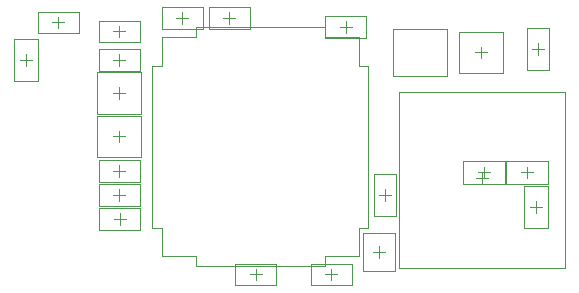
<source format=gbr>
G04*
G04 #@! TF.GenerationSoftware,Altium Limited,Altium Designer,23.0.1 (38)*
G04*
G04 Layer_Color=32768*
%FSLAX25Y25*%
%MOIN*%
G70*
G04*
G04 #@! TF.SameCoordinates,4768A386-72EE-4230-A5FA-DA0B4273AB17*
G04*
G04*
G04 #@! TF.FilePolarity,Positive*
G04*
G01*
G75*
%ADD14C,0.00394*%
%ADD72C,0.00197*%
D14*
X336000Y276532D02*
Y280469D01*
X334032Y278500D02*
X337968D01*
X329110Y274858D02*
X342890D01*
X329110Y282142D02*
X342890D01*
Y274858D02*
Y282142D01*
X329110Y274858D02*
Y282142D01*
X450512Y237063D02*
Y244937D01*
X464488Y237063D02*
Y244937D01*
X450512Y237063D02*
X464488D01*
X450512Y244937D02*
X464488D01*
X457500Y239032D02*
Y242969D01*
X455532Y241000D02*
X459469D01*
X478988Y237063D02*
Y244937D01*
X465012Y237063D02*
Y244937D01*
X478988D01*
X465012Y237063D02*
X478988D01*
X472000Y239032D02*
Y242969D01*
X470031Y241000D02*
X473969D01*
X455031Y239272D02*
X458968D01*
X457000Y237303D02*
Y241240D01*
X417185Y208102D02*
X427815D01*
X417185Y220898D02*
X427815D01*
X417185Y208102D02*
Y220898D01*
X427815Y208102D02*
Y220898D01*
X422500Y212531D02*
Y216469D01*
X420532Y214500D02*
X424469D01*
X322551Y287358D02*
Y294642D01*
X308772Y287358D02*
Y294642D01*
Y287358D02*
X322551D01*
X308772Y294642D02*
X322551D01*
X313693Y291000D02*
X317630D01*
X315661Y289032D02*
Y292969D01*
X301063Y271512D02*
X308937D01*
X301063Y285488D02*
X308937D01*
X301063Y271512D02*
Y285488D01*
X308937Y271512D02*
Y285488D01*
X303031Y278500D02*
X306968D01*
X305000Y276532D02*
Y280469D01*
X336000Y231532D02*
Y235469D01*
X334032Y233500D02*
X337968D01*
X329110Y237142D02*
X342890D01*
X329110Y229858D02*
X342890D01*
X329110D02*
Y237142D01*
X342890Y229858D02*
Y237142D01*
X336000Y239531D02*
Y243468D01*
X334032Y241500D02*
X337968D01*
X329110Y237858D02*
X342890D01*
X329110Y245142D02*
X342890D01*
Y237858D02*
Y245142D01*
X329110Y237858D02*
Y245142D01*
X336000Y286032D02*
Y289968D01*
X334032Y288000D02*
X337968D01*
X329110Y284358D02*
X342890D01*
X329110Y291642D02*
X342890D01*
Y284358D02*
Y291642D01*
X329110Y284358D02*
Y291642D01*
X336161Y223532D02*
Y227468D01*
X334193Y225500D02*
X338130D01*
X329272Y221858D02*
X343051D01*
X329272Y229142D02*
X343051D01*
Y221858D02*
Y229142D01*
X329272Y221858D02*
Y229142D01*
X388390Y203358D02*
Y210642D01*
X374610Y203358D02*
Y210642D01*
Y203358D02*
X388390D01*
X374610Y210642D02*
X388390D01*
X379532Y207000D02*
X383469D01*
X381500Y205031D02*
Y208968D01*
X406661Y205031D02*
Y208968D01*
X404693Y207000D02*
X408630D01*
X399772Y210642D02*
X413551D01*
X399772Y203358D02*
X413551D01*
X399772D02*
Y210642D01*
X413551Y203358D02*
Y210642D01*
X420858Y226610D02*
X428142D01*
X420858Y240390D02*
X428142D01*
X420858Y226610D02*
Y240390D01*
X428142Y226610D02*
Y240390D01*
X424500Y231532D02*
Y235469D01*
X422532Y233500D02*
X426469D01*
X379551Y288858D02*
Y296142D01*
X365772Y288858D02*
Y296142D01*
Y288858D02*
X379551D01*
X365772Y296142D02*
X379551D01*
X370693Y292500D02*
X374630D01*
X372661Y290531D02*
Y294468D01*
X357000Y290531D02*
Y294468D01*
X355031Y292500D02*
X358968D01*
X350110Y288858D02*
X363890D01*
X350110Y296142D02*
X363890D01*
Y288858D02*
Y296142D01*
X350110Y288858D02*
Y296142D01*
X411500Y287531D02*
Y291469D01*
X409531Y289500D02*
X413469D01*
X404610Y293142D02*
X418390D01*
X404610Y285858D02*
X418390D01*
X404610D02*
Y293142D01*
X418390Y285858D02*
Y293142D01*
X471858Y289051D02*
X479142D01*
X471858Y275272D02*
X479142D01*
Y289051D01*
X471858Y275272D02*
Y289051D01*
X475500Y280193D02*
Y284130D01*
X473531Y282161D02*
X477468D01*
X449118Y274110D02*
Y287890D01*
X463882Y274110D02*
Y287890D01*
X449118D02*
X463882D01*
X449118Y274110D02*
X463882D01*
X454531Y281000D02*
X458468D01*
X456500Y279031D02*
Y282968D01*
X343382Y246110D02*
Y259890D01*
X328618Y246110D02*
Y259890D01*
Y246110D02*
X343382D01*
X328618Y259890D02*
X343382D01*
X334032Y253000D02*
X337968D01*
X336000Y251031D02*
Y254969D01*
X328618Y260610D02*
Y274390D01*
X343382Y260610D02*
Y274390D01*
X328618D02*
X343382D01*
X328618Y260610D02*
X343382D01*
X334032Y267500D02*
X337968D01*
X336000Y265531D02*
Y269468D01*
X475000Y227532D02*
Y231469D01*
X473032Y229500D02*
X476968D01*
X471063Y222512D02*
Y236488D01*
X478937Y222512D02*
Y236488D01*
X471063D02*
X478937D01*
X471063Y222512D02*
X478937D01*
D72*
X361543Y286228D02*
Y289378D01*
X404457D01*
Y286228D02*
Y289378D01*
Y286228D02*
X415874D01*
Y276583D02*
Y286228D01*
Y276583D02*
X419024D01*
Y222646D02*
Y276583D01*
X415874Y222646D02*
X419024D01*
X415874Y213000D02*
Y222646D01*
X404457Y213000D02*
X415874D01*
X404457Y209850D02*
Y213000D01*
X361543Y209850D02*
X404457D01*
X361543D02*
Y213000D01*
X350126D02*
X361543D01*
X350126D02*
Y222646D01*
X346976D02*
X350126D01*
X346976D02*
Y276583D01*
X350126D01*
Y286228D01*
X361543D01*
X484756Y209154D02*
Y267815D01*
X429244D02*
X484756D01*
X429244Y209154D02*
Y267815D01*
Y209154D02*
X484756D01*
X427138Y273051D02*
Y288799D01*
Y273051D02*
X445248D01*
Y288799D01*
X427138D02*
X445248D01*
M02*

</source>
